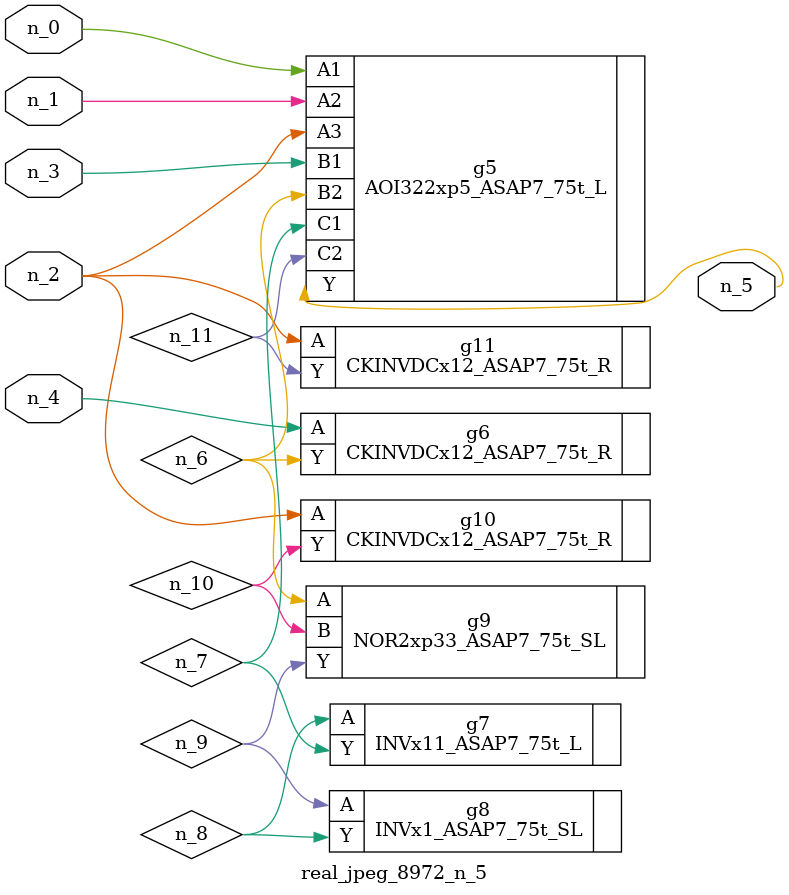
<source format=v>
module real_jpeg_8972_n_5 (n_4, n_0, n_1, n_2, n_3, n_5);

input n_4;
input n_0;
input n_1;
input n_2;
input n_3;

output n_5;

wire n_8;
wire n_11;
wire n_6;
wire n_7;
wire n_10;
wire n_9;

AOI322xp5_ASAP7_75t_L g5 ( 
.A1(n_0),
.A2(n_1),
.A3(n_2),
.B1(n_3),
.B2(n_6),
.C1(n_7),
.C2(n_11),
.Y(n_5)
);

CKINVDCx12_ASAP7_75t_R g10 ( 
.A(n_2),
.Y(n_10)
);

CKINVDCx12_ASAP7_75t_R g11 ( 
.A(n_2),
.Y(n_11)
);

CKINVDCx12_ASAP7_75t_R g6 ( 
.A(n_4),
.Y(n_6)
);

NOR2xp33_ASAP7_75t_SL g9 ( 
.A(n_6),
.B(n_10),
.Y(n_9)
);

INVx11_ASAP7_75t_L g7 ( 
.A(n_8),
.Y(n_7)
);

INVx1_ASAP7_75t_SL g8 ( 
.A(n_9),
.Y(n_8)
);


endmodule
</source>
